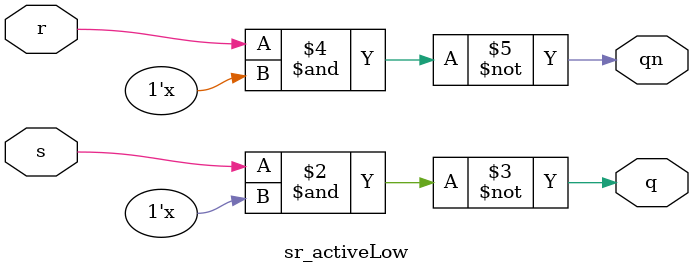
<source format=v>

module sr_activeLow(

    input s,
    input r ,
    output reg q ,
    output reg qn

);

always @(*) begin
    
    q <= ~( s & qn );
    qn <= ~( r & q );

end
endmodule
</source>
